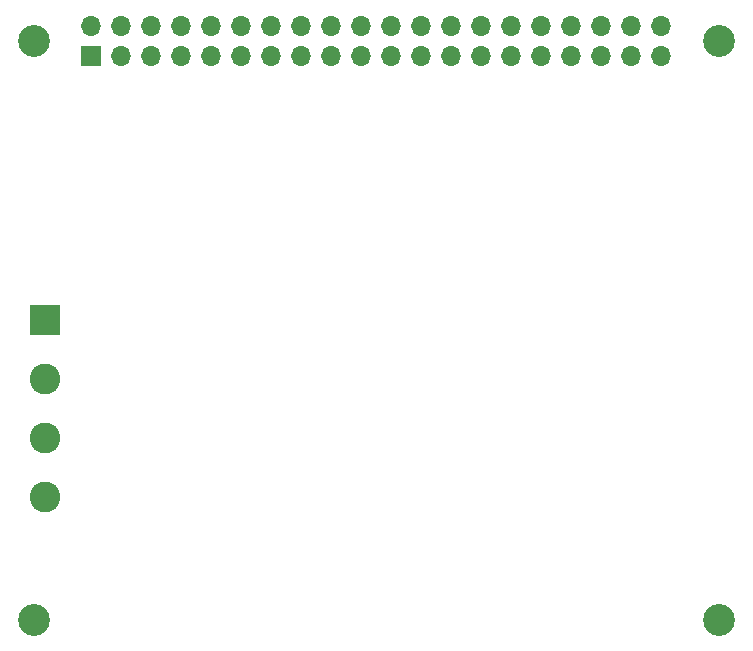
<source format=gbs>
G04 #@! TF.GenerationSoftware,KiCad,Pcbnew,8.0.6-8.0.6-0~ubuntu22.04.1*
G04 #@! TF.CreationDate,2024-11-13T10:01:41+01:00*
G04 #@! TF.ProjectId,INA228_hat,494e4132-3238-45f6-9861-742e6b696361,rev?*
G04 #@! TF.SameCoordinates,Original*
G04 #@! TF.FileFunction,Soldermask,Bot*
G04 #@! TF.FilePolarity,Negative*
%FSLAX46Y46*%
G04 Gerber Fmt 4.6, Leading zero omitted, Abs format (unit mm)*
G04 Created by KiCad (PCBNEW 8.0.6-8.0.6-0~ubuntu22.04.1) date 2024-11-13 10:01:41*
%MOMM*%
%LPD*%
G01*
G04 APERTURE LIST*
%ADD10C,2.700000*%
%ADD11R,2.600000X2.600000*%
%ADD12C,2.600000*%
%ADD13R,1.700000X1.700000*%
%ADD14O,1.700000X1.700000*%
G04 APERTURE END LIST*
D10*
X161500000Y-47500000D03*
D11*
X104425000Y-71150000D03*
D12*
X104425000Y-76150000D03*
X104425000Y-81150000D03*
X104425000Y-86150000D03*
D10*
X103500000Y-96500000D03*
X103500000Y-47500000D03*
X161500000Y-96500000D03*
D13*
X108370000Y-48770000D03*
D14*
X108370000Y-46230000D03*
X110910000Y-48770000D03*
X110910000Y-46230000D03*
X113450000Y-48770000D03*
X113450000Y-46230000D03*
X115990000Y-48770000D03*
X115990000Y-46230000D03*
X118530000Y-48770000D03*
X118530000Y-46230000D03*
X121070000Y-48770000D03*
X121070000Y-46230000D03*
X123610000Y-48770000D03*
X123610000Y-46230000D03*
X126150000Y-48770000D03*
X126150000Y-46230000D03*
X128690000Y-48770000D03*
X128690000Y-46230000D03*
X131230000Y-48770000D03*
X131230000Y-46230000D03*
X133770000Y-48770000D03*
X133770000Y-46230000D03*
X136310000Y-48770000D03*
X136310000Y-46230000D03*
X138850000Y-48770000D03*
X138850000Y-46230000D03*
X141390000Y-48770000D03*
X141390000Y-46230000D03*
X143930000Y-48770000D03*
X143930000Y-46230000D03*
X146470000Y-48770000D03*
X146470000Y-46230000D03*
X149010000Y-48770000D03*
X149010000Y-46230000D03*
X151550000Y-48770000D03*
X151550000Y-46230000D03*
X154090000Y-48770000D03*
X154090000Y-46230000D03*
X156630000Y-48770000D03*
X156630000Y-46230000D03*
M02*

</source>
